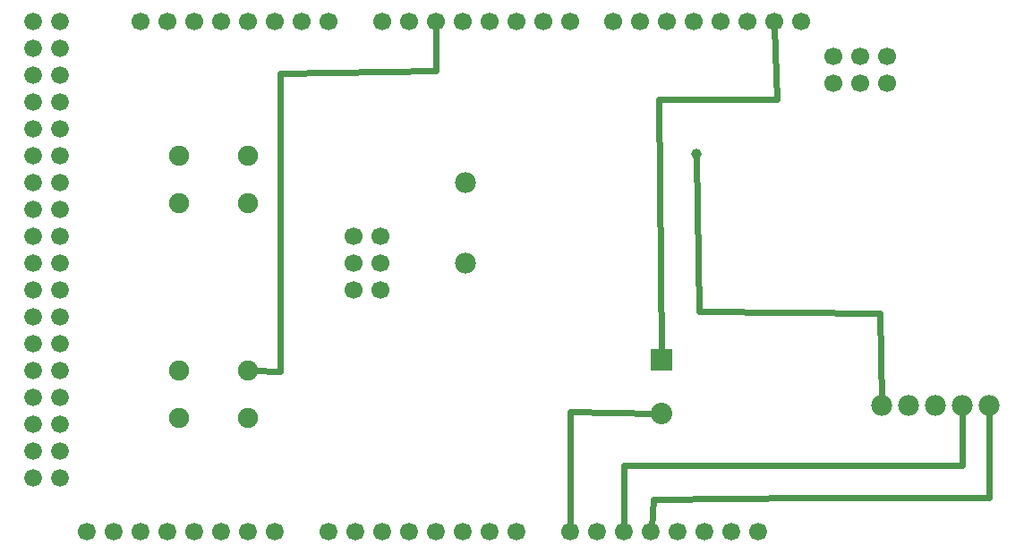
<source format=gbl>
G04 MADE WITH FRITZING*
G04 WWW.FRITZING.ORG*
G04 DOUBLE SIDED*
G04 HOLES PLATED*
G04 CONTOUR ON CENTER OF CONTOUR VECTOR*
%ASAXBY*%
%FSLAX23Y23*%
%MOIN*%
%OFA0B0*%
%SFA1.0B1.0*%
%ADD10C,0.066604*%
%ADD11C,0.066632*%
%ADD12C,0.065993*%
%ADD13C,0.065965*%
%ADD14C,0.078000*%
%ADD15C,0.075000*%
%ADD16C,0.080000*%
%ADD17C,0.039370*%
%ADD18R,0.080000X0.080000*%
%ADD19C,0.024000*%
%LNCOPPER0*%
G90*
G70*
G54D10*
X1010Y113D03*
X910Y113D03*
X810Y113D03*
X710Y113D03*
G54D11*
X2370Y2013D03*
G54D10*
X610Y113D03*
X510Y113D03*
X410Y113D03*
G54D12*
X210Y1113D03*
G54D10*
X2010Y113D03*
X1910Y113D03*
X2610Y113D03*
X1810Y113D03*
X1710Y113D03*
X1610Y113D03*
X1510Y113D03*
X1410Y113D03*
G54D12*
X210Y1913D03*
G54D10*
X1310Y113D03*
G54D12*
X210Y313D03*
G54D11*
X1810Y2013D03*
G54D12*
X210Y1513D03*
X210Y713D03*
G54D11*
X2770Y2013D03*
G54D10*
X2210Y113D03*
G54D11*
X2210Y2013D03*
G54D12*
X210Y1713D03*
X210Y1313D03*
G54D13*
X210Y913D03*
G54D12*
X210Y513D03*
G54D11*
X610Y2013D03*
X710Y2013D03*
X810Y2013D03*
X2970Y2013D03*
X910Y2013D03*
X2570Y2013D03*
X1010Y2013D03*
X1110Y2013D03*
X1210Y2013D03*
X1310Y2013D03*
G54D10*
X2810Y113D03*
X2410Y113D03*
G54D11*
X1610Y2013D03*
X2010Y2013D03*
G54D12*
X210Y2013D03*
X210Y1813D03*
X210Y1613D03*
X210Y1413D03*
X210Y1213D03*
X210Y1013D03*
X210Y813D03*
X210Y613D03*
G54D13*
X210Y413D03*
G54D11*
X3070Y2013D03*
X3190Y1783D03*
X3190Y1883D03*
X3290Y1783D03*
X3290Y1883D03*
X3390Y1783D03*
X3390Y1883D03*
X1404Y1215D03*
X1504Y1215D03*
X1404Y1115D03*
X1504Y1115D03*
X1404Y1015D03*
X1504Y1015D03*
X2870Y2013D03*
X2670Y2013D03*
X2470Y2013D03*
G54D10*
X2910Y113D03*
X2710Y113D03*
X2510Y113D03*
X2310Y113D03*
G54D11*
X1510Y2013D03*
X1710Y2013D03*
X1910Y2013D03*
X2110Y2013D03*
G54D12*
X310Y2013D03*
X310Y1913D03*
X310Y1813D03*
X310Y1713D03*
X310Y1613D03*
X310Y1513D03*
X310Y1413D03*
X310Y1313D03*
X310Y1213D03*
X310Y1113D03*
X310Y1013D03*
G54D13*
X310Y913D03*
G54D12*
X310Y813D03*
X310Y713D03*
X310Y613D03*
X310Y513D03*
G54D13*
X310Y413D03*
G54D12*
X310Y313D03*
G54D10*
X1110Y113D03*
X1010Y113D03*
X910Y113D03*
X810Y113D03*
X710Y113D03*
G54D11*
X2370Y2013D03*
G54D10*
X610Y113D03*
X510Y113D03*
X410Y113D03*
G54D12*
X210Y1113D03*
G54D10*
X2010Y113D03*
X1910Y113D03*
X2610Y113D03*
X1810Y113D03*
X1710Y113D03*
X1610Y113D03*
X1510Y113D03*
X1410Y113D03*
G54D12*
X210Y1913D03*
G54D10*
X1310Y113D03*
G54D12*
X210Y313D03*
G54D11*
X1810Y2013D03*
G54D12*
X210Y1513D03*
X210Y713D03*
G54D11*
X2770Y2013D03*
G54D10*
X2210Y113D03*
G54D11*
X2210Y2013D03*
G54D12*
X210Y1713D03*
X210Y1313D03*
G54D13*
X210Y913D03*
G54D12*
X210Y513D03*
G54D11*
X610Y2013D03*
X710Y2013D03*
X810Y2013D03*
X2970Y2013D03*
X910Y2013D03*
X2570Y2013D03*
X1010Y2013D03*
X1110Y2013D03*
X1210Y2013D03*
X1310Y2013D03*
G54D10*
X2810Y113D03*
X2410Y113D03*
G54D11*
X1610Y2013D03*
X2010Y2013D03*
G54D12*
X210Y2013D03*
X210Y1813D03*
X210Y1613D03*
X210Y1413D03*
X210Y1213D03*
X210Y1013D03*
X210Y813D03*
X210Y613D03*
G54D13*
X210Y413D03*
G54D11*
X3070Y2013D03*
X3190Y1783D03*
X3190Y1883D03*
X3290Y1783D03*
X3290Y1883D03*
X3390Y1783D03*
X3390Y1883D03*
X1404Y1215D03*
X1504Y1215D03*
X1404Y1115D03*
X1504Y1115D03*
X1404Y1015D03*
X1504Y1015D03*
X2870Y2013D03*
X2670Y2013D03*
X2470Y2013D03*
G54D10*
X2910Y113D03*
X2710Y113D03*
X2510Y113D03*
X2310Y113D03*
G54D11*
X1510Y2013D03*
X1710Y2013D03*
X1910Y2013D03*
X2110Y2013D03*
G54D12*
X310Y2013D03*
X310Y1913D03*
X310Y1813D03*
X310Y1713D03*
X310Y1613D03*
X310Y1513D03*
X310Y1413D03*
X310Y1313D03*
X310Y1213D03*
X310Y1113D03*
X310Y1013D03*
G54D13*
X310Y913D03*
G54D12*
X310Y813D03*
X310Y713D03*
X310Y613D03*
X310Y513D03*
G54D13*
X310Y413D03*
G54D12*
X310Y313D03*
G54D10*
X1110Y113D03*
G54D14*
X3770Y583D03*
X3670Y583D03*
X3570Y583D03*
X3470Y583D03*
X3370Y583D03*
G54D15*
X1010Y536D03*
X754Y536D03*
X1010Y713D03*
X754Y713D03*
X1010Y1336D03*
X754Y1336D03*
X1010Y1513D03*
X754Y1513D03*
G54D14*
X1820Y1413D03*
X1820Y1113D03*
G54D16*
X2550Y753D03*
X2550Y553D03*
X2550Y753D03*
X2550Y553D03*
G54D17*
X2678Y1522D03*
G54D18*
X2550Y753D03*
X2550Y753D03*
G54D19*
X1709Y1832D02*
X1128Y1822D01*
D02*
X1128Y712D02*
X1027Y713D01*
D02*
X1128Y1822D02*
X1128Y712D01*
D02*
X1710Y1994D02*
X1709Y1832D01*
D02*
X3089Y242D02*
X3769Y242D01*
D02*
X2520Y233D02*
X3089Y242D01*
D02*
X3769Y242D02*
X3770Y564D01*
D02*
X2512Y132D02*
X2520Y233D01*
D02*
X3670Y362D02*
X2409Y362D01*
D02*
X2409Y362D02*
X2410Y132D01*
D02*
X3670Y564D02*
X3670Y362D01*
D02*
X2678Y1514D02*
X2689Y934D01*
D02*
X2689Y934D02*
X3364Y927D01*
D02*
X3364Y927D02*
X3370Y602D01*
D02*
X2210Y132D02*
X2211Y561D01*
D02*
X2211Y561D02*
X2530Y553D01*
D02*
X2981Y1723D02*
X2540Y1723D01*
D02*
X2540Y1723D02*
X2550Y773D01*
D02*
X2971Y1994D02*
X2981Y1723D01*
G04 End of Copper0*
M02*
</source>
